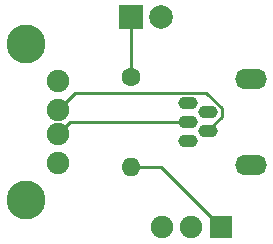
<source format=gbr>
%TF.GenerationSoftware,KiCad,Pcbnew,(5.1.9)-1*%
%TF.CreationDate,2021-04-10T11:43:18-04:00*%
%TF.ProjectId,PowerStripper,506f7765-7253-4747-9269-707065722e6b,v01*%
%TF.SameCoordinates,Original*%
%TF.FileFunction,Copper,L1,Top*%
%TF.FilePolarity,Positive*%
%FSLAX46Y46*%
G04 Gerber Fmt 4.6, Leading zero omitted, Abs format (unit mm)*
G04 Created by KiCad (PCBNEW (5.1.9)-1) date 2021-04-10 11:43:18*
%MOMM*%
%LPD*%
G01*
G04 APERTURE LIST*
%TA.AperFunction,ComponentPad*%
%ADD10C,2.000000*%
%TD*%
%TA.AperFunction,ComponentPad*%
%ADD11R,2.000000X2.000000*%
%TD*%
%TA.AperFunction,ComponentPad*%
%ADD12O,1.650000X1.100000*%
%TD*%
%TA.AperFunction,ComponentPad*%
%ADD13O,2.700000X1.700000*%
%TD*%
%TA.AperFunction,ComponentPad*%
%ADD14C,3.300000*%
%TD*%
%TA.AperFunction,ComponentPad*%
%ADD15C,1.900000*%
%TD*%
%TA.AperFunction,ComponentPad*%
%ADD16C,1.600000*%
%TD*%
%TA.AperFunction,ComponentPad*%
%ADD17O,1.600000X1.600000*%
%TD*%
%TA.AperFunction,ComponentPad*%
%ADD18R,1.900000X1.900000*%
%TD*%
%TA.AperFunction,Conductor*%
%ADD19C,0.250000*%
%TD*%
G04 APERTURE END LIST*
D10*
%TO.P,D1,2*%
%TO.N,GND*%
X130810000Y-100330000D03*
D11*
%TO.P,D1,1*%
%TO.N,Net-(D1-Pad1)*%
X128270000Y-100330000D03*
%TD*%
D12*
%TO.P,J1,3*%
%TO.N,D+*%
X133075000Y-109220000D03*
%TO.P,J1,1*%
%TO.N,Net-(J1-Pad1)*%
X133075000Y-110820000D03*
%TO.P,J1,5*%
%TO.N,GND*%
X133075000Y-107620000D03*
%TO.P,J1,2*%
%TO.N,D-*%
X134825000Y-110020000D03*
%TO.P,J1,4*%
%TO.N,Net-(J1-Pad4)*%
X134825000Y-108420000D03*
D13*
%TO.P,J1,SH*%
%TO.N,GND*%
X138400000Y-112870000D03*
X138400000Y-105570000D03*
%TD*%
D14*
%TO.P,J2,SH*%
%TO.N,GND*%
X119380000Y-102650000D03*
X119380000Y-115790000D03*
D15*
%TO.P,J2,1*%
%TO.N,Net-(J2-Pad1)*%
X122090000Y-105720000D03*
%TO.P,J2,2*%
%TO.N,D-*%
X122090000Y-108220000D03*
%TO.P,J2,3*%
%TO.N,D+*%
X122090000Y-110220000D03*
%TO.P,J2,4*%
%TO.N,GND*%
X122090000Y-112720000D03*
%TD*%
D16*
%TO.P,R1,1*%
%TO.N,Net-(D1-Pad1)*%
X128270000Y-105410000D03*
D17*
%TO.P,R1,2*%
%TO.N,Net-(J2-Pad1)*%
X128270000Y-113030000D03*
%TD*%
D18*
%TO.P,S1,1*%
%TO.N,Net-(J2-Pad1)*%
X135890000Y-118110000D03*
D15*
%TO.P,S1,2*%
%TO.N,Net-(J1-Pad1)*%
X133390000Y-118110000D03*
%TO.P,S1,3*%
%TO.N,Net-(S1-Pad3)*%
X130890000Y-118110000D03*
%TD*%
D19*
%TO.N,Net-(D1-Pad1)*%
X128270000Y-105410000D02*
X128270000Y-100330000D01*
%TO.N,D+*%
X123090000Y-109220000D02*
X133350000Y-109220000D01*
X122090000Y-110220000D02*
X123090000Y-109220000D01*
%TO.N,Net-(J1-Pad1)*%
X133350000Y-110820000D02*
X133020000Y-110820000D01*
%TO.N,D-*%
X134737451Y-110020000D02*
X134550000Y-110020000D01*
X135975010Y-108057559D02*
X135975010Y-108782441D01*
X135975010Y-108782441D02*
X134737451Y-110020000D01*
X134662441Y-106744990D02*
X135975010Y-108057559D01*
X123565010Y-106744990D02*
X134662441Y-106744990D01*
X122090000Y-108220000D02*
X123565010Y-106744990D01*
%TO.N,Net-(J2-Pad1)*%
X130810000Y-113030000D02*
X135890000Y-118110000D01*
X128270000Y-113030000D02*
X130810000Y-113030000D01*
%TD*%
M02*

</source>
